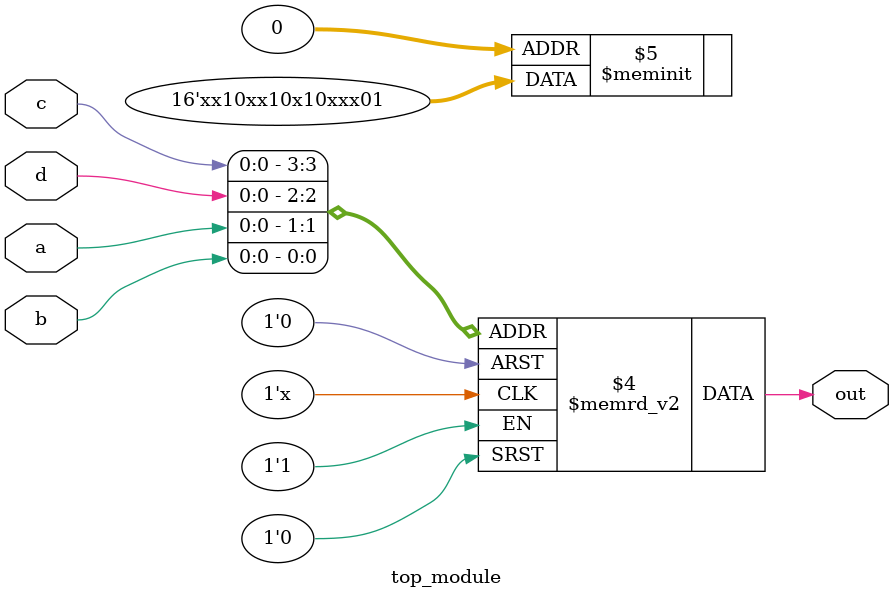
<source format=sv>
module top_module (
    input a, 
    input b,
    input c,
    input d,
    output reg out
);

always @(*) begin
    case ({c, d, a, b})
        4'b0000, 4'b0110, 4'b1001, 4'b1101: out = 1'b1;
        4'b0001, 4'b0101, 4'b1000, 4'b1100: out = 1'b0;
        default: out = 1'bx;
    endcase
end

endmodule

</source>
